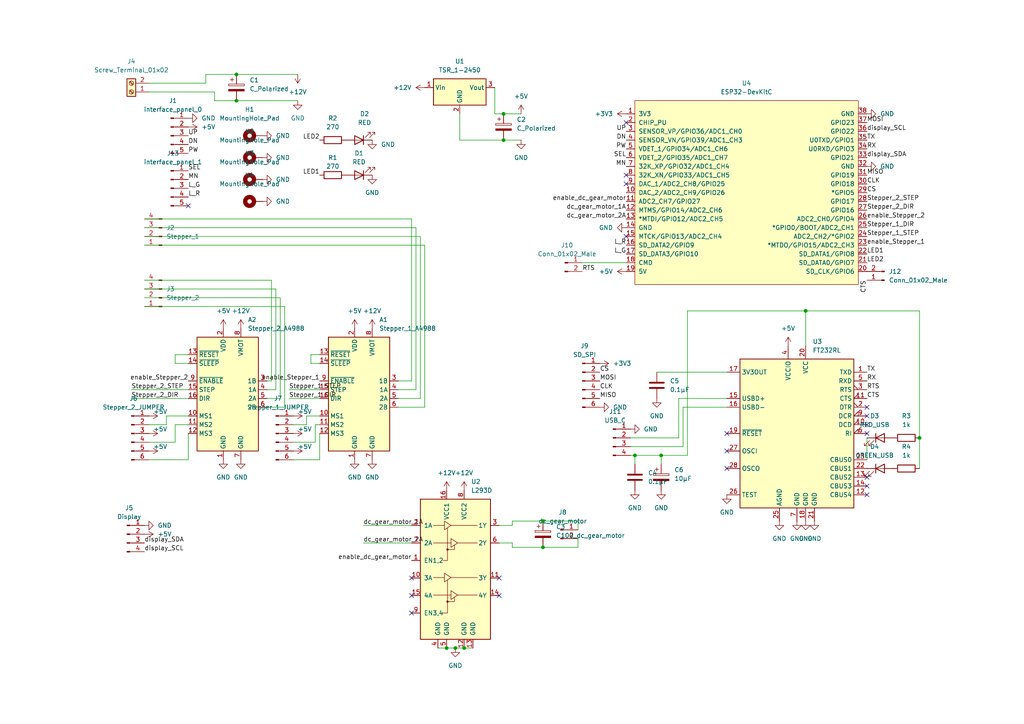
<source format=kicad_sch>
(kicad_sch (version 20211123) (generator eeschema)
  (paper "A4")
  (lib_symbols
    (symbol "Connector:Conn_01x02_Male" (pin_names (offset 1.016) hide)
      (property "Reference" "J" (at 0 2.54 0))
      (property "Value" "Conn_01x02_Male" (at 0 -5.08 0))
      (symbol "Conn_01x02_Male_1_1"
        (polyline (pts (xy 1.27 -2.54) (xy 0.8636 -2.54)) (stroke (width 0.1524)))
        (polyline (pts (xy 1.27 0) (xy 0.8636 0)) (stroke (width 0.1524)))
        (rectangle (start 0.8636 -2.413) (end 0 -2.667) (stroke (width 0.1524)) (fill (type outline)))
        (rectangle (start 0.8636 0.127) (end 0 -0.127) (stroke (width 0.1524)) (fill (type outline)))
        (pin passive line (at 5.08 0 180) (length 3.81) (name "Pin_1") (number "1"))
        (pin passive line (at 5.08 -2.54 180) (length 3.81) (name "Pin_2") (number "2"))
      )
    )
    (symbol "Connector:Conn_01x04_Male" (pin_names (offset 1.016) hide)
      (property "Reference" "J" (at 0 5.08 0))
      (property "Value" "Conn_01x04_Male" (at 0 -7.62 0))
      (symbol "Conn_01x04_Male_1_1"
        (polyline (pts (xy 1.27 -5.08) (xy 0.8636 -5.08)) (stroke (width 0.1524)))
        (polyline (pts (xy 1.27 -2.54) (xy 0.8636 -2.54)) (stroke (width 0.1524)))
        (polyline (pts (xy 1.27 0) (xy 0.8636 0)) (stroke (width 0.1524)))
        (polyline (pts (xy 1.27 2.54) (xy 0.8636 2.54)) (stroke (width 0.1524)))
        (rectangle (start 0.8636 -4.953) (end 0 -5.207) (stroke (width 0.1524)) (fill (type outline)))
        (rectangle (start 0.8636 -2.413) (end 0 -2.667) (stroke (width 0.1524)) (fill (type outline)))
        (rectangle (start 0.8636 0.127) (end 0 -0.127) (stroke (width 0.1524)) (fill (type outline)))
        (rectangle (start 0.8636 2.667) (end 0 2.413) (stroke (width 0.1524)) (fill (type outline)))
        (pin passive line (at 5.08 2.54 180) (length 3.81) (name "Pin_1") (number "1"))
        (pin passive line (at 5.08 0 180) (length 3.81) (name "Pin_2") (number "2"))
        (pin passive line (at 5.08 -2.54 180) (length 3.81) (name "Pin_3") (number "3"))
        (pin passive line (at 5.08 -5.08 180) (length 3.81) (name "Pin_4") (number "4"))
      )
    )
    (symbol "Connector:Conn_01x05_Male" (pin_names (offset 1.016) hide)
      (property "Reference" "J" (at 0 7.62 0))
      (property "Value" "Conn_01x05_Male" (at 0 -7.62 0))
      (symbol "Conn_01x05_Male_1_1"
        (polyline (pts (xy 1.27 -5.08) (xy 0.8636 -5.08)) (stroke (width 0.1524)))
        (polyline (pts (xy 1.27 -2.54) (xy 0.8636 -2.54)) (stroke (width 0.1524)))
        (polyline (pts (xy 1.27 0) (xy 0.8636 0)) (stroke (width 0.1524)))
        (polyline (pts (xy 1.27 2.54) (xy 0.8636 2.54)) (stroke (width 0.1524)))
        (polyline (pts (xy 1.27 5.08) (xy 0.8636 5.08)) (stroke (width 0.1524)))
        (rectangle (start 0.8636 -4.953) (end 0 -5.207) (stroke (width 0.1524)) (fill (type outline)))
        (rectangle (start 0.8636 -2.413) (end 0 -2.667) (stroke (width 0.1524)) (fill (type outline)))
        (rectangle (start 0.8636 0.127) (end 0 -0.127) (stroke (width 0.1524)) (fill (type outline)))
        (rectangle (start 0.8636 2.667) (end 0 2.413) (stroke (width 0.1524)) (fill (type outline)))
        (rectangle (start 0.8636 5.207) (end 0 4.953) (stroke (width 0.1524)) (fill (type outline)))
        (pin passive line (at 5.08 5.08 180) (length 3.81) (name "Pin_1") (number "1"))
        (pin passive line (at 5.08 2.54 180) (length 3.81) (name "Pin_2") (number "2"))
        (pin passive line (at 5.08 0 180) (length 3.81) (name "Pin_3") (number "3"))
        (pin passive line (at 5.08 -2.54 180) (length 3.81) (name "Pin_4") (number "4"))
        (pin passive line (at 5.08 -5.08 180) (length 3.81) (name "Pin_5") (number "5"))
      )
    )
    (symbol "Connector:Conn_01x06_Male" (pin_names (offset 1.016) hide)
      (property "Reference" "J" (at 0 7.62 0))
      (property "Value" "Conn_01x06_Male" (at 0 -10.16 0))
      (symbol "Conn_01x06_Male_1_1"
        (polyline (pts (xy 1.27 -7.62) (xy 0.8636 -7.62)) (stroke (width 0.1524)))
        (polyline (pts (xy 1.27 -5.08) (xy 0.8636 -5.08)) (stroke (width 0.1524)))
        (polyline (pts (xy 1.27 -2.54) (xy 0.8636 -2.54)) (stroke (width 0.1524)))
        (polyline (pts (xy 1.27 0) (xy 0.8636 0)) (stroke (width 0.1524)))
        (polyline (pts (xy 1.27 2.54) (xy 0.8636 2.54)) (stroke (width 0.1524)))
        (polyline (pts (xy 1.27 5.08) (xy 0.8636 5.08)) (stroke (width 0.1524)))
        (rectangle (start 0.8636 -7.493) (end 0 -7.747) (stroke (width 0.1524)) (fill (type outline)))
        (rectangle (start 0.8636 -4.953) (end 0 -5.207) (stroke (width 0.1524)) (fill (type outline)))
        (rectangle (start 0.8636 -2.413) (end 0 -2.667) (stroke (width 0.1524)) (fill (type outline)))
        (rectangle (start 0.8636 0.127) (end 0 -0.127) (stroke (width 0.1524)) (fill (type outline)))
        (rectangle (start 0.8636 2.667) (end 0 2.413) (stroke (width 0.1524)) (fill (type outline)))
        (rectangle (start 0.8636 5.207) (end 0 4.953) (stroke (width 0.1524)) (fill (type outline)))
        (pin passive line (at 5.08 5.08 180) (length 3.81) (name "Pin_1") (number "1"))
        (pin passive line (at 5.08 2.54 180) (length 3.81) (name "Pin_2") (number "2"))
        (pin passive line (at 5.08 0 180) (length 3.81) (name "Pin_3") (number "3"))
        (pin passive line (at 5.08 -2.54 180) (length 3.81) (name "Pin_4") (number "4"))
        (pin passive line (at 5.08 -5.08 180) (length 3.81) (name "Pin_5") (number "5"))
        (pin passive line (at 5.08 -7.62 180) (length 3.81) (name "Pin_6") (number "6"))
      )
    )
    (symbol "Connector:Screw_Terminal_01x02" (pin_names (offset 1.016) hide)
      (property "Reference" "J" (at 0 2.54 0))
      (property "Value" "Screw_Terminal_01x02" (at 0 -5.08 0))
      (symbol "Screw_Terminal_01x02_1_1"
        (rectangle (start -1.27 1.27) (end 1.27 -3.81) (stroke (width 0.254)) (fill (type background)))
        (circle (center 0 -2.54) (radius 0.635) (stroke (width 0.1524)))
        (polyline (pts (xy -0.5334 -2.2098) (xy 0.3302 -3.048)) (stroke (width 0.1524)))
        (polyline (pts (xy -0.5334 0.3302) (xy 0.3302 -0.508)) (stroke (width 0.1524)))
        (polyline (pts (xy -0.3556 -2.032) (xy 0.508 -2.8702)) (stroke (width 0.1524)))
        (polyline (pts (xy -0.3556 0.508) (xy 0.508 -0.3302)) (stroke (width 0.1524)))
        (circle (center 0 0) (radius 0.635) (stroke (width 0.1524)))
        (pin passive line (at -5.08 0 0) (length 3.81) (name "Pin_1") (number "1"))
        (pin passive line (at -5.08 -2.54 0) (length 3.81) (name "Pin_2") (number "2"))
      )
    )
    (symbol "Device:C" (pin_numbers hide) (pin_names (offset 0.254))
      (property "Reference" "C" (at 0.635 2.54 0))
      (property "Value" "C" (at 0.635 -2.54 0))
      (symbol "C_0_1"
        (polyline (pts (xy -2.032 -0.762) (xy 2.032 -0.762)) (stroke (width 0.508)))
        (polyline (pts (xy -2.032 0.762) (xy 2.032 0.762)) (stroke (width 0.508)))
      )
      (symbol "C_1_1"
        (pin passive line (at 0 3.81 270) (length 2.794) (name "~") (number "1"))
        (pin passive line (at 0 -3.81 90) (length 2.794) (name "~") (number "2"))
      )
    )
    (symbol "Device:C_Polarized" (pin_numbers hide) (pin_names (offset 0.254))
      (property "Reference" "C" (at 0.635 2.54 0))
      (property "Value" "C_Polarized" (at 0.635 -2.54 0))
      (symbol "C_Polarized_0_1"
        (rectangle (start -2.286 0.508) (end 2.286 1.016))
        (polyline (pts (xy -1.778 2.286) (xy -0.762 2.286)))
        (polyline (pts (xy -1.27 2.794) (xy -1.27 1.778)))
        (rectangle (start 2.286 -0.508) (end -2.286 -1.016) (fill (type outline)))
      )
      (symbol "C_Polarized_1_1"
        (pin passive line (at 0 3.81 270) (length 2.794) (name "~") (number "1"))
        (pin passive line (at 0 -3.81 90) (length 2.794) (name "~") (number "2"))
      )
    )
    (symbol "Device:LED" (pin_numbers hide) (pin_names (offset 1.016) hide)
      (property "Reference" "D" (at 0 2.54 0))
      (property "Value" "LED" (at 0 -2.54 0))
      (symbol "LED_0_1"
        (polyline (pts (xy -1.27 -1.27) (xy -1.27 1.27)) (stroke (width 0.254)))
        (polyline (pts (xy -1.27 0) (xy 1.27 0)))
        (polyline (pts (xy 1.27 -1.27) (xy 1.27 1.27) (xy -1.27 0) (xy 1.27 -1.27)) (stroke (width 0.254)))
        (polyline (pts (xy -3.048 -0.762) (xy -4.572 -2.286) (xy -3.81 -2.286) (xy -4.572 -2.286) (xy -4.572 -1.524)))
        (polyline (pts (xy -1.778 -0.762) (xy -3.302 -2.286) (xy -2.54 -2.286) (xy -3.302 -2.286) (xy -3.302 -1.524)))
      )
      (symbol "LED_1_1"
        (pin passive line (at -3.81 0 0) (length 2.54) (name "K") (number "1"))
        (pin passive line (at 3.81 0 180) (length 2.54) (name "A") (number "2"))
      )
    )
    (symbol "Device:R" (pin_numbers hide) (pin_names (offset 0))
      (property "Reference" "R" (at 2.032 0 90))
      (property "Value" "R" (at 0 0 90))
      (symbol "R_0_1"
        (rectangle (start -1.016 -2.54) (end 1.016 2.54) (stroke (width 0.254)))
      )
      (symbol "R_1_1"
        (pin passive line (at 0 3.81 270) (length 1.27) (name "~") (number "1"))
        (pin passive line (at 0 -3.81 90) (length 1.27) (name "~") (number "2"))
      )
    )
    (symbol "Driver_Motor:L293D" (pin_names (offset 1.016))
      (property "Reference" "U" (at -5.08 26.035 0))
      (property "Value" "L293D" (at -5.08 24.13 0))
      (symbol "L293D_0_1"
        (rectangle (start -10.16 22.86) (end 10.16 -17.78) (stroke (width 0.254)) (fill (type background)))
        (circle (center -2.286 -6.858) (radius 0.254) (fill (type outline)))
        (circle (center -2.286 8.255) (radius 0.254) (fill (type outline)))
        (polyline (pts (xy -6.35 -4.953) (xy -1.27 -4.953)))
        (polyline (pts (xy -6.35 0.127) (xy -3.175 0.127)))
        (polyline (pts (xy -6.35 10.16) (xy -1.27 10.16)))
        (polyline (pts (xy -6.35 15.24) (xy -3.175 15.24)))
        (polyline (pts (xy -1.27 0.127) (xy 6.35 0.127)))
        (polyline (pts (xy -1.27 15.24) (xy 6.35 15.24)))
        (polyline (pts (xy 0.635 -4.953) (xy 6.35 -4.953)))
        (polyline (pts (xy 0.635 10.16) (xy 6.35 10.16)))
        (polyline (pts (xy -2.286 -6.858) (xy -0.254 -6.858) (xy -0.254 -5.588)))
        (polyline (pts (xy -2.286 -0.635) (xy -2.286 -10.16) (xy -3.556 -10.16)))
        (polyline (pts (xy -2.286 8.255) (xy -0.254 8.255) (xy -0.254 9.525)))
        (polyline (pts (xy -2.286 14.478) (xy -2.286 5.08) (xy -3.556 5.08)))
        (polyline (pts (xy -3.175 1.397) (xy -3.175 -1.143) (xy -1.27 0.127) (xy -3.175 1.397)))
        (polyline (pts (xy -3.175 16.51) (xy -3.175 13.97) (xy -1.27 15.24) (xy -3.175 16.51)))
        (polyline (pts (xy -1.27 -3.683) (xy -1.27 -6.223) (xy 0.635 -4.953) (xy -1.27 -3.683)))
        (polyline (pts (xy -1.27 11.43) (xy -1.27 8.89) (xy 0.635 10.16) (xy -1.27 11.43)))
      )
      (symbol "L293D_1_1"
        (pin input line (at -12.7 5.08 0) (length 2.54) (name "EN1,2") (number "1"))
        (pin input line (at -12.7 0 0) (length 2.54) (name "3A") (number "10"))
        (pin output line (at 12.7 0 180) (length 2.54) (name "3Y") (number "11"))
        (pin power_in line (at 2.54 -20.32 90) (length 2.54) (name "GND") (number "12"))
        (pin power_in line (at 5.08 -20.32 90) (length 2.54) (name "GND") (number "13"))
        (pin output line (at 12.7 -5.08 180) (length 2.54) (name "4Y") (number "14"))
        (pin input line (at -12.7 -5.08 0) (length 2.54) (name "4A") (number "15"))
        (pin power_in line (at -2.54 25.4 270) (length 2.54) (name "VCC1") (number "16"))
        (pin input line (at -12.7 15.24 0) (length 2.54) (name "1A") (number "2"))
        (pin output line (at 12.7 15.24 180) (length 2.54) (name "1Y") (number "3"))
        (pin power_in line (at -5.08 -20.32 90) (length 2.54) (name "GND") (number "4"))
        (pin power_in line (at -2.54 -20.32 90) (length 2.54) (name "GND") (number "5"))
        (pin output line (at 12.7 10.16 180) (length 2.54) (name "2Y") (number "6"))
        (pin input line (at -12.7 10.16 0) (length 2.54) (name "2A") (number "7"))
        (pin power_in line (at 2.54 25.4 270) (length 2.54) (name "VCC2") (number "8"))
        (pin input line (at -12.7 -10.16 0) (length 2.54) (name "EN3,4") (number "9"))
      )
    )
    (symbol "Driver_Motor:Pololu_Breakout_A4988"
      (property "Reference" "A" (at -2.54 19.05 0))
      (property "Value" "Pololu_Breakout_A4988" (at -2.54 16.51 0))
      (symbol "Pololu_Breakout_A4988_0_1"
        (rectangle (start 10.16 -17.78) (end -7.62 15.24) (stroke (width 0.254)) (fill (type background)))
      )
      (symbol "Pololu_Breakout_A4988_1_1"
        (pin power_in line (at 0 -20.32 90) (length 2.54) (name "GND") (number "1"))
        (pin input line (at -10.16 -7.62 0) (length 2.54) (name "MS1") (number "10"))
        (pin input line (at -10.16 -10.16 0) (length 2.54) (name "MS2") (number "11"))
        (pin input line (at -10.16 -12.7 0) (length 2.54) (name "MS3") (number "12"))
        (pin input line (at -10.16 10.16 0) (length 2.54) (name "~{RESET}") (number "13"))
        (pin input line (at -10.16 7.62 0) (length 2.54) (name "~{SLEEP}") (number "14"))
        (pin input line (at -10.16 0 0) (length 2.54) (name "STEP") (number "15"))
        (pin input line (at -10.16 -2.54 0) (length 2.54) (name "DIR") (number "16"))
        (pin power_in line (at 0 17.78 270) (length 2.54) (name "VDD") (number "2"))
        (pin output line (at 12.7 2.54 180) (length 2.54) (name "1B") (number "3"))
        (pin output line (at 12.7 0 180) (length 2.54) (name "1A") (number "4"))
        (pin output line (at 12.7 -2.54 180) (length 2.54) (name "2A") (number "5"))
        (pin output line (at 12.7 -5.08 180) (length 2.54) (name "2B") (number "6"))
        (pin power_in line (at 5.08 -20.32 90) (length 2.54) (name "GND") (number "7"))
        (pin power_in line (at 5.08 17.78 270) (length 2.54) (name "VMOT") (number "8"))
        (pin input line (at -10.16 2.54 0) (length 2.54) (name "~{ENABLE}") (number "9"))
      )
    )
    (symbol "Espressif:ESP32-DevKitC" (pin_names (offset 1.016))
      (property "Reference" "U" (at -8.89 26.67 0))
      (property "Value" "ESP32-DevKitC" (at 0 -29.21 0))
      (symbol "ESP32-DevKitC_0_0"
        (pin power_in line (at -33.02 -11.43 0) (length 2.54) (name "GND") (number "14"))
        (pin power_in line (at -33.02 -24.13 0) (length 2.54) (name "5V") (number "19"))
      )
      (symbol "ESP32-DevKitC_0_1"
        (rectangle (start -30.48 25.4) (end 34.29 -27.94) (fill (type background)))
      )
      (symbol "ESP32-DevKitC_1_1"
        (pin power_in line (at -33.02 21.59 0) (length 2.54) (name "3V3") (number "1"))
        (pin bidirectional line (at -33.02 -1.27 0) (length 2.54) (name "DAC_2/ADC2_CH9/GPIO26") (number "10"))
        (pin bidirectional line (at -33.02 -3.81 0) (length 2.54) (name "ADC2_CH7/GPIO27") (number "11"))
        (pin bidirectional line (at -33.02 -6.35 0) (length 2.54) (name "MTMS/GPIO14/ADC2_CH6") (number "12"))
        (pin bidirectional line (at -33.02 -8.89 0) (length 2.54) (name "*MTDI/GPIO12/ADC2_CH5") (number "13"))
        (pin bidirectional line (at -33.02 -13.97 0) (length 2.54) (name "MTCK/GPIO13/ADC2_CH4") (number "15"))
        (pin bidirectional line (at -33.02 -16.51 0) (length 2.54) (name "SD_DATA2/GPIO9") (number "16"))
        (pin bidirectional line (at -33.02 -19.05 0) (length 2.54) (name "SD_DATA3/GPIO10") (number "17"))
        (pin bidirectional line (at -33.02 -21.59 0) (length 2.54) (name "CMD") (number "18"))
        (pin input line (at -33.02 19.05 0) (length 2.54) (name "CHIP_PU") (number "2"))
        (pin bidirectional line (at 36.83 -24.13 180) (length 2.54) (name "SD_CLK/GPIO6") (number "20"))
        (pin bidirectional line (at 36.83 -21.59 180) (length 2.54) (name "SD_DATA0/GPIO7") (number "21"))
        (pin bidirectional line (at 36.83 -19.05 180) (length 2.54) (name "SD_DATA1/GPIO8") (number "22"))
        (pin bidirectional line (at 36.83 -16.51 180) (length 2.54) (name "*MTDO/GPIO15/ADC2_CH3") (number "23"))
        (pin bidirectional line (at 36.83 -13.97 180) (length 2.54) (name "ADC2_CH2/*GPIO2") (number "24"))
        (pin bidirectional line (at 36.83 -11.43 180) (length 2.54) (name "*GPIO0/BOOT/ADC2_CH1") (number "25"))
        (pin bidirectional line (at 36.83 -8.89 180) (length 2.54) (name "ADC2_CH0/GPIO4") (number "26"))
        (pin bidirectional line (at 36.83 -6.35 180) (length 2.54) (name "GPIO16") (number "27"))
        (pin bidirectional line (at 36.83 -3.81 180) (length 2.54) (name "GPIO17") (number "28"))
        (pin bidirectional line (at 36.83 -1.27 180) (length 2.54) (name "*GPIO5") (number "29"))
        (pin input line (at -33.02 16.51 0) (length 2.54) (name "SENSOR_VP/GPIO36/ADC1_CH0") (number "3"))
        (pin bidirectional line (at 36.83 1.27 180) (length 2.54) (name "GPIO18") (number "30"))
        (pin bidirectional line (at 36.83 3.81 180) (length 2.54) (name "GPIO19") (number "31"))
        (pin power_in line (at 36.83 6.35 180) (length 2.54) (name "GND") (number "32"))
        (pin bidirectional line (at 36.83 8.89 180) (length 2.54) (name "GPIO21") (number "33"))
        (pin bidirectional line (at 36.83 11.43 180) (length 2.54) (name "U0RXD/GPIO3") (number "34"))
        (pin bidirectional line (at 36.83 13.97 180) (length 2.54) (name "U0TXD/GPIO1") (number "35"))
        (pin bidirectional line (at 36.83 16.51 180) (length 2.54) (name "GPIO22") (number "36"))
        (pin bidirectional line (at 36.83 19.05 180) (length 2.54) (name "GPIO23") (number "37"))
        (pin power_in line (at 36.83 21.59 180) (length 2.54) (name "GND") (number "38"))
        (pin input line (at -33.02 13.97 0) (length 2.54) (name "SENSOR_VN/GPIO39/ADC1_CH3") (number "4"))
        (pin input line (at -33.02 11.43 0) (length 2.54) (name "VDET_1/GPIO34/ADC1_CH6") (number "5"))
        (pin input line (at -33.02 8.89 0) (length 2.54) (name "VDET_2/GPIO35/ADC1_CH7") (number "6"))
        (pin bidirectional line (at -33.02 6.35 0) (length 2.54) (name "32K_XP/GPIO32/ADC1_CH4") (number "7"))
        (pin bidirectional line (at -33.02 3.81 0) (length 2.54) (name "32K_XN/GPIO33/ADC1_CH5") (number "8"))
        (pin bidirectional line (at -33.02 1.27 0) (length 2.54) (name "DAC_1/ADC2_CH8/GPIO25") (number "9"))
      )
    )
    (symbol "Interface_USB:FT232RL"
      (property "Reference" "U" (at -16.51 22.86 0))
      (property "Value" "FT232RL" (at 10.16 22.86 0))
      (symbol "FT232RL_0_1"
        (rectangle (start -16.51 21.59) (end 16.51 -21.59) (stroke (width 0.254)) (fill (type background)))
      )
      (symbol "FT232RL_1_1"
        (pin output line (at 20.32 17.78 180) (length 3.81) (name "TXD") (number "1"))
        (pin input input_low (at 20.32 2.54 180) (length 3.81) (name "DCD") (number "10"))
        (pin input input_low (at 20.32 10.16 180) (length 3.81) (name "CTS") (number "11"))
        (pin bidirectional line (at 20.32 -17.78 180) (length 3.81) (name "CBUS4") (number "12"))
        (pin bidirectional line (at 20.32 -12.7 180) (length 3.81) (name "CBUS2") (number "13"))
        (pin bidirectional line (at 20.32 -15.24 180) (length 3.81) (name "CBUS3") (number "14"))
        (pin bidirectional line (at -20.32 10.16 0) (length 3.81) (name "USBD+") (number "15"))
        (pin bidirectional line (at -20.32 7.62 0) (length 3.81) (name "USBD-") (number "16"))
        (pin power_out line (at -20.32 17.78 0) (length 3.81) (name "3V3OUT") (number "17"))
        (pin power_in line (at 2.54 -25.4 90) (length 3.81) (name "GND") (number "18"))
        (pin input line (at -20.32 0 0) (length 3.81) (name "~{RESET}") (number "19"))
        (pin output output_low (at 20.32 7.62 180) (length 3.81) (name "DTR") (number "2"))
        (pin power_in line (at 2.54 25.4 270) (length 3.81) (name "VCC") (number "20"))
        (pin power_in line (at 5.08 -25.4 90) (length 3.81) (name "GND") (number "21"))
        (pin bidirectional line (at 20.32 -10.16 180) (length 3.81) (name "CBUS1") (number "22"))
        (pin bidirectional line (at 20.32 -7.62 180) (length 3.81) (name "CBUS0") (number "23"))
        (pin power_in line (at -5.08 -25.4 90) (length 3.81) (name "AGND") (number "25"))
        (pin input line (at -20.32 -17.78 0) (length 3.81) (name "TEST") (number "26"))
        (pin input line (at -20.32 -5.08 0) (length 3.81) (name "OSCI") (number "27"))
        (pin output line (at -20.32 -10.16 0) (length 3.81) (name "OSCO") (number "28"))
        (pin output output_low (at 20.32 12.7 180) (length 3.81) (name "RTS") (number "3"))
        (pin power_in line (at -2.54 25.4 270) (length 3.81) (name "VCCIO") (number "4"))
        (pin input line (at 20.32 15.24 180) (length 3.81) (name "RXD") (number "5"))
        (pin input input_low (at 20.32 0 180) (length 3.81) (name "RI") (number "6"))
        (pin power_in line (at 0 -25.4 90) (length 3.81) (name "GND") (number "7"))
        (pin input input_low (at 20.32 5.08 180) (length 3.81) (name "DCR") (number "9"))
      )
    )
    (symbol "Mechanical:MountingHole_Pad" (pin_numbers hide) (pin_names (offset 1.016) hide)
      (property "Reference" "H" (at 0 6.35 0))
      (property "Value" "MountingHole_Pad" (at 0 4.445 0))
      (symbol "MountingHole_Pad_0_1"
        (circle (center 0 1.27) (radius 1.27) (stroke (width 1.27)))
      )
      (symbol "MountingHole_Pad_1_1"
        (pin input line (at 0 -2.54 90) (length 2.54) (name "1") (number "1"))
      )
    )
    (symbol "Regulator_Switching:TSR_1-2450"
      (property "Reference" "U" (at -7.62 6.35 0))
      (property "Value" "TSR_1-2450" (at -1.27 6.35 0))
      (symbol "TSR_1-2450_0_1"
        (rectangle (start -7.62 5.08) (end 7.62 -2.54) (stroke (width 0.254)) (fill (type background)))
      )
      (symbol "TSR_1-2450_1_1"
        (pin power_in line (at -10.16 2.54 0) (length 2.54) (name "Vin") (number "1"))
        (pin power_in line (at 0 -5.08 90) (length 2.54) (name "GND") (number "2"))
        (pin power_out line (at 10.16 2.54 180) (length 2.54) (name "Vout") (number "3"))
      )
    )
    (symbol "power:+12V" (power) (pin_names (offset 0))
      (property "Value" "+12V" (at 0 3.556 0))
      (symbol "+12V_0_1"
        (polyline (pts (xy -0.762 1.27) (xy 0 2.54)))
        (polyline (pts (xy 0 0) (xy 0 2.54)))
        (polyline (pts (xy 0 2.54) (xy 0.762 1.27)))
      )
      (symbol "+12V_1_1"
        (pin power_in line (at 0 0 90) (length 0) hide (name "+12V") (number "1"))
      )
    )
    (symbol "power:+3V3" (power) (pin_names (offset 0))
      (property "Value" "+3V3" (at 0 3.556 0))
      (symbol "+3V3_0_1"
        (polyline (pts (xy -0.762 1.27) (xy 0 2.54)))
        (polyline (pts (xy 0 0) (xy 0 2.54)))
        (polyline (pts (xy 0 2.54) (xy 0.762 1.27)))
      )
      (symbol "+3V3_1_1"
        (pin power_in line (at 0 0 90) (length 0) hide (name "+3V3") (number "1"))
      )
    )
    (symbol "power:+5V" (power) (pin_names (offset 0))
      (property "Value" "+5V" (at 0 3.556 0))
      (symbol "+5V_0_1"
        (polyline (pts (xy -0.762 1.27) (xy 0 2.54)))
        (polyline (pts (xy 0 0) (xy 0 2.54)))
        (polyline (pts (xy 0 2.54) (xy 0.762 1.27)))
      )
      (symbol "+5V_1_1"
        (pin power_in line (at 0 0 90) (length 0) hide (name "+5V") (number "1"))
      )
    )
    (symbol "power:GND" (power) (pin_names (offset 0))
      (property "Value" "GND" (at 0 -3.81 0))
      (symbol "GND_0_1"
        (polyline (pts (xy 0 0) (xy 0 -1.27) (xy 1.27 -1.27) (xy 0 -2.54) (xy -1.27 -1.27) (xy 0 -1.27)))
      )
      (symbol "GND_1_1"
        (pin power_in line (at 0 0 270) (length 0) hide (name "GND") (number "1"))
      )
    )
  )
  (junction (at 132.08 187.96))
  (junction (at 191.77 132.08))
  (junction (at 157.48 158.75))
  (junction (at 129.54 187.96))
  (junction (at 233.68 90.17))
  (junction (at 146.05 33.02))
  (junction (at 68.58 29.21))
  (junction (at 157.48 151.13))
  (junction (at 266.7 127))
  (junction (at 184.15 132.08))
  (junction (at 134.62 187.96))
  (junction (at 146.05 40.64))
  (junction (at 68.58 21.59))
  (no_connect (at 119.38 167.64))
  (no_connect (at 119.38 177.8))
  (no_connect (at 119.38 172.72))
  (no_connect (at 144.78 167.64))
  (no_connect (at 144.78 172.72))
  (no_connect (at 54.61 59.69))
  (no_connect (at 251.46 118.11))
  (no_connect (at 210.82 135.89))
  (no_connect (at 210.82 125.73))
  (no_connect (at 210.82 130.81))
  (no_connect (at 181.61 68.58))
  (no_connect (at 181.61 35.56))
  (no_connect (at 181.61 50.8))
  (no_connect (at 181.61 53.34))
  (no_connect (at 251.46 125.73))
  (no_connect (at 251.46 123.19))
  (no_connect (at 251.46 120.65))
  (no_connect (at 251.46 143.51))
  (no_connect (at 251.46 140.97))
  (no_connect (at 251.46 138.43))
  (wire (pts (xy 133.35 33.02) (xy 133.35 40.64)))
  (wire (pts (xy 129.54 187.96) (xy 132.08 187.96)))
  (wire (pts (xy 191.77 132.08) (xy 199.39 132.08)))
  (wire (pts (xy 266.7 90.17) (xy 266.7 127)))
  (wire (pts (xy 43.18 24.13) (xy 59.69 24.13)))
  (wire (pts (xy 120.65 66.04) (xy 120.65 113.03)))
  (wire (pts (xy 121.92 115.57) (xy 115.57 115.57)))
  (wire (pts (xy 91.44 123.19) (xy 92.71 123.19)))
  (wire (pts (xy 48.26 120.65) (xy 48.26 123.19)))
  (wire (pts (xy 85.09 128.27) (xy 91.44 128.27)))
  (wire (pts (xy 82.55 118.11) (xy 77.47 118.11)))
  (wire (pts (xy 92.71 105.41) (xy 90.17 105.41)))
  (wire (pts (xy 148.59 152.4) (xy 144.78 152.4)))
  (wire (pts (xy 43.18 133.35) (xy 54.61 133.35)))
  (wire (pts (xy 143.51 33.02) (xy 146.05 33.02)))
  (wire (pts (xy 83.82 115.57) (xy 92.71 115.57)))
  (wire (pts (xy 134.62 187.96) (xy 137.16 187.96)))
  (wire (pts (xy 146.05 33.02) (xy 151.13 33.02)))
  (wire (pts (xy 90.17 105.41) (xy 90.17 102.87)))
  (wire (pts (xy 88.9 120.65) (xy 88.9 123.19)))
  (wire (pts (xy 157.48 158.75) (xy 167.64 158.75)))
  (wire (pts (xy 148.59 157.48) (xy 148.59 158.75)))
  (wire (pts (xy 115.57 113.03) (xy 120.65 113.03)))
  (wire (pts (xy 62.23 29.21) (xy 68.58 29.21)))
  (wire (pts (xy 198.12 118.11) (xy 198.12 129.54)))
  (wire (pts (xy 157.48 151.13) (xy 148.59 151.13)))
  (wire (pts (xy 191.77 132.08) (xy 191.77 134.62)))
  (wire (pts (xy 41.91 71.12) (xy 123.19 71.12)))
  (wire (pts (xy 210.82 118.11) (xy 198.12 118.11)))
  (wire (pts (xy 41.91 68.58) (xy 121.92 68.58)))
  (wire (pts (xy 182.88 127) (xy 196.85 127)))
  (wire (pts (xy 54.61 120.65) (xy 48.26 120.65)))
  (wire (pts (xy 168.91 76.2) (xy 181.61 76.2)))
  (wire (pts (xy 143.51 25.4) (xy 143.51 33.02)))
  (wire (pts (xy 59.69 21.59) (xy 68.58 21.59)))
  (wire (pts (xy 91.44 123.19) (xy 91.44 128.27)))
  (wire (pts (xy 119.38 110.49) (xy 115.57 110.49)))
  (wire (pts (xy 85.09 123.19) (xy 88.9 123.19)))
  (wire (pts (xy 199.39 90.17) (xy 199.39 132.08)))
  (wire (pts (xy 184.15 132.08) (xy 191.77 132.08)))
  (wire (pts (xy 167.64 151.13) (xy 167.64 153.67)))
  (wire (pts (xy 41.91 83.82) (xy 80.01 83.82)))
  (wire (pts (xy 196.85 115.57) (xy 210.82 115.57)))
  (wire (pts (xy 167.64 158.75) (xy 167.64 156.21)))
  (wire (pts (xy 233.68 100.33) (xy 233.68 90.17)))
  (wire (pts (xy 38.1 115.57) (xy 54.61 115.57)))
  (wire (pts (xy 121.92 68.58) (xy 121.92 115.57)))
  (wire (pts (xy 127 187.96) (xy 129.54 187.96)))
  (wire (pts (xy 80.01 83.82) (xy 80.01 113.03)))
  (wire (pts (xy 62.23 26.67) (xy 62.23 29.21)))
  (wire (pts (xy 132.08 187.96) (xy 134.62 187.96)))
  (wire (pts (xy 198.12 129.54) (xy 182.88 129.54)))
  (wire (pts (xy 133.35 40.64) (xy 146.05 40.64)))
  (wire (pts (xy 144.78 157.48) (xy 148.59 157.48)))
  (wire (pts (xy 54.61 125.73) (xy 54.61 133.35)))
  (wire (pts (xy 251.46 127) (xy 251.46 133.35)))
  (wire (pts (xy 148.59 151.13) (xy 148.59 152.4)))
  (wire (pts (xy 157.48 151.13) (xy 167.64 151.13)))
  (wire (pts (xy 41.91 63.5) (xy 119.38 63.5)))
  (wire (pts (xy 38.1 113.03) (xy 54.61 113.03)))
  (wire (pts (xy 81.28 86.36) (xy 81.28 115.57)))
  (wire (pts (xy 54.61 123.19) (xy 50.8 123.19)))
  (wire (pts (xy 41.91 81.28) (xy 78.74 81.28)))
  (wire (pts (xy 43.18 123.19) (xy 48.26 123.19)))
  (wire (pts (xy 68.58 21.59) (xy 86.36 21.59)))
  (wire (pts (xy 41.91 66.04) (xy 120.65 66.04)))
  (wire (pts (xy 50.8 123.19) (xy 50.8 128.27)))
  (wire (pts (xy 80.01 113.03) (xy 77.47 113.03)))
  (wire (pts (xy 148.59 158.75) (xy 157.48 158.75)))
  (wire (pts (xy 182.88 132.08) (xy 184.15 132.08)))
  (wire (pts (xy 233.68 90.17) (xy 199.39 90.17)))
  (wire (pts (xy 78.74 81.28) (xy 78.74 110.49)))
  (wire (pts (xy 119.38 63.5) (xy 119.38 110.49)))
  (wire (pts (xy 43.18 26.67) (xy 62.23 26.67)))
  (wire (pts (xy 105.41 152.4) (xy 119.38 152.4)))
  (wire (pts (xy 146.05 40.64) (xy 151.13 40.64)))
  (wire (pts (xy 41.91 86.36) (xy 81.28 86.36)))
  (wire (pts (xy 105.41 157.48) (xy 119.38 157.48)))
  (wire (pts (xy 81.28 115.57) (xy 77.47 115.57)))
  (wire (pts (xy 68.58 29.21) (xy 86.36 29.21)))
  (wire (pts (xy 190.5 107.95) (xy 210.82 107.95)))
  (wire (pts (xy 92.71 120.65) (xy 88.9 120.65)))
  (wire (pts (xy 266.7 127) (xy 266.7 135.89)))
  (wire (pts (xy 233.68 90.17) (xy 266.7 90.17)))
  (wire (pts (xy 59.69 24.13) (xy 59.69 21.59)))
  (wire (pts (xy 184.15 132.08) (xy 184.15 134.62)))
  (wire (pts (xy 85.09 133.35) (xy 92.71 133.35)))
  (wire (pts (xy 41.91 88.9) (xy 82.55 88.9)))
  (wire (pts (xy 82.55 88.9) (xy 82.55 118.11)))
  (wire (pts (xy 78.74 110.49) (xy 77.47 110.49)))
  (wire (pts (xy 123.19 118.11) (xy 115.57 118.11)))
  (wire (pts (xy 196.85 115.57) (xy 196.85 127)))
  (wire (pts (xy 123.19 71.12) (xy 123.19 118.11)))
  (wire (pts (xy 50.8 105.41) (xy 50.8 102.87)))
  (wire (pts (xy 83.82 113.03) (xy 92.71 113.03)))
  (wire (pts (xy 50.8 102.87) (xy 54.61 102.87)))
  (wire (pts (xy 54.61 105.41) (xy 50.8 105.41)))
  (wire (pts (xy 92.71 125.73) (xy 92.71 133.35)))
  (wire (pts (xy 90.17 102.87) (xy 92.71 102.87)))
  (wire (pts (xy 43.18 128.27) (xy 50.8 128.27)))
  (label "dc_gear_motor_1A" (at 105.41 152.4 0))
  (label "display_SDA" (at 251.46 45.72 0))
  (label "Stepper_2_STEP" (at 251.46 58.42 0))
  (label "enable_dc_gear_motor" (at 119.38 162.56 180))
  (label "Stepper_1_DIR" (at 251.46 66.04 0))
  (label "TX" (at 251.46 40.64 0))
  (label "display_SDA" (at 41.91 157.48 0))
  (label "LED2" (at 251.46 76.2 0))
  (label "CLK" (at 173.99 113.03 0))
  (label "MISO" (at 173.99 115.57 0))
  (label "display_SCL" (at 251.46 38.1 0))
  (label "enable_Stepper_1" (at 92.71 110.49 180))
  (label "enable_Stepper_2" (at 54.61 110.49 180))
  (label "MOSI" (at 173.99 110.49 0))
  (label "L_R" (at 54.61 57.15 0))
  (label "MISO" (at 251.46 50.8 0))
  (label "RX" (at 251.46 43.18 0))
  (label "TX" (at 251.46 107.95 0))
  (label "DN" (at 54.61 41.91 0))
  (label "CLK" (at 251.46 53.34 0))
  (label "LED1" (at 92.71 50.8 180))
  (label "display_SCL" (at 41.91 160.02 0))
  (label "Stepper_1_STEP" (at 251.46 68.58 0))
  (label "Stepper_2_DIR" (at 38.1 115.57 0))
  (label "L_R" (at 181.61 71.12 180))
  (label "dc_gear_motor_2A" (at 181.61 63.5 180))
  (label "LED1" (at 251.46 73.66 0))
  (label "PW" (at 54.61 44.45 0))
  (label "SEL" (at 54.61 49.53 0))
  (label "DN" (at 181.61 40.64 180))
  (label "MN" (at 181.61 48.26 180))
  (label "dc_gear_motor_2A" (at 105.41 157.48 0))
  (label "RTS" (at 168.91 78.74 0))
  (label "MOSI" (at 251.46 35.56 0))
  (label "CS" (at 173.99 107.95 0))
  (label "dc_gear_motor_1A" (at 181.61 60.96 180))
  (label "UP" (at 54.61 39.37 0))
  (label "SEL" (at 181.61 45.72 180))
  (label "enable_Stepper_1" (at 251.46 71.12 0))
  (label "Stepper_2_STEP" (at 38.1 113.03 0))
  (label "CTS" (at 251.46 115.57 0))
  (label "PW" (at 181.61 43.18 180))
  (label "CTS" (at 251.46 81.28 270))
  (label "MN" (at 54.61 52.07 0))
  (label "L_G" (at 54.61 54.61 0))
  (label "enable_dc_gear_motor" (at 181.61 58.42 180))
  (label "L_G" (at 181.61 73.66 180))
  (label "LED2" (at 92.71 40.64 180))
  (label "Stepper_1_STEP" (at 83.82 113.03 0))
  (label "Stepper_2_DIR" (at 251.46 60.96 0))
  (label "Stepper_1_DIR" (at 83.82 115.57 0))
  (label "CS" (at 251.46 55.88 0))
  (label "UP" (at 181.61 38.1 180))
  (label "RX" (at 251.46 110.49 0))
  (label "RTS" (at 251.46 113.03 0))
  (label "enable_Stepper_2" (at 251.46 63.5 0))
  (symbol (lib_id "Device:C") (at 190.5 111.76 0) (unit 1)
    (property "Reference" "C5" (at 194.31 110.4899 0) (effects (justify left)))
    (property "Value" "0.1µF" (at 194.31 113.0299 0) (effects (justify left)))
    (property "Footprint" "Capacitor_THT:CP_Radial_D4.0mm_P1.50mm" (effects hide))
  )
  (symbol (lib_id "power:GND") (at 86.36 29.21 0) (unit 1)
    (property "Reference" "#PWR0107" (effects hide))
    (property "Value" "GND" (at 86.36 34.29 0))
  )
  (symbol (lib_id "power:+5V") (at 43.18 125.73 270) (unit 1)
    (property "Reference" "#PWR0128" (effects hide))
    (property "Value" "+5V" (at 44.45 124.46 90) (effects (justify left)))
  )
  (symbol (lib_id "Driver_Motor:L293D") (at 132.08 167.64 0) (unit 1)
    (property "Reference" "U2" (at 136.6394 139.7 0) (effects (justify left)))
    (property "Value" "L293D" (at 136.6394 142.24 0) (effects (justify left)))
    (property "Footprint" "Package_DIP:DIP-16_W7.62mm" (effects hide))
    (property "Datasheet" "http://www.ti.com/lit/ds/symlink/l293.pdf" (effects hide))
  )
  (symbol (lib_id "Mechanical:MountingHole_Pad") (at 73.66 58.42 90) (unit 1)
    (property "Reference" "H4" (at 72.39 50.8 90))
    (property "Value" "MountingHole_Pad" (at 72.39 53.34 90))
    (property "Footprint" "MountingHole:MountingHole_3.2mm_M3_ISO7380_Pad" (effects hide))
  )
  (symbol (lib_id "Connector:Conn_01x04_Male") (at 36.83 154.94 0) (unit 1)
    (property "Reference" "J5" (at 37.465 147.32 0))
    (property "Value" "Display" (at 37.465 149.86 0))
    (property "Footprint" "Connector_JST:JST_EH_B4B-EH-A_1x04_P2.50mm_Vertical" (effects hide))
  )
  (symbol (lib_id "power:+12V") (at 123.19 25.4 90) (unit 1)
    (property "Reference" "#PWR0102" (effects hide))
    (property "Value" "+12V" (at 119.38 25.3999 90) (effects (justify left)))
  )
  (symbol (lib_id "power:GND") (at 107.95 40.64 0) (unit 1)
    (property "Reference" "#PWR0117" (effects hide))
    (property "Value" "GND" (at 110.49 41.9099 0) (effects (justify left)))
  )
  (symbol (lib_id "Device:C_Polarized") (at 191.77 138.43 0) (unit 1)
    (property "Reference" "C6" (at 195.58 136.2709 0) (effects (justify left)))
    (property "Value" "10µF" (at 195.58 138.8109 0) (effects (justify left)))
    (property "Footprint" "Capacitor_THT:CP_Radial_D4.0mm_P2.00mm" (effects hide))
  )
  (symbol (lib_id "Mechanical:MountingHole_Pad") (at 73.66 52.07 90) (unit 1)
    (property "Reference" "H3" (at 72.39 44.45 90))
    (property "Value" "MountingHole_Pad" (at 72.39 46.99 90))
    (property "Footprint" "MountingHole:MountingHole_3.2mm_M3_ISO7380_Pad" (effects hide))
  )
  (symbol (lib_id "power:+12V") (at 134.62 142.24 0) (unit 1)
    (property "Reference" "#PWR0120" (effects hide))
    (property "Value" "+12V" (at 134.62 137.16 0))
  )
  (symbol (lib_id "Mechanical:MountingHole_Pad") (at 73.66 45.72 90) (unit 1)
    (property "Reference" "H2" (at 72.39 38.1 90))
    (property "Value" "MountingHole_Pad" (at 72.39 40.64 90))
    (property "Footprint" "MountingHole:MountingHole_3.2mm_M3_ISO7380_Pad" (effects hide))
  )
  (symbol (lib_id "power:GND") (at 76.2 45.72 90) (unit 1)
    (property "Reference" "#PWR0146" (effects hide))
    (property "Value" "GND" (at 80.01 45.7199 90) (effects (justify right)))
  )
  (symbol (lib_id "power:+12V") (at 129.54 142.24 0) (unit 1)
    (property "Reference" "#PWR0119" (effects hide))
    (property "Value" "+12V" (at 129.54 137.16 0))
  )
  (symbol (lib_id "power:+5V") (at 64.77 95.25 0) (unit 1)
    (property "Reference" "#PWR0110" (effects hide))
    (property "Value" "+5V" (at 64.77 90.17 0))
  )
  (symbol (lib_id "power:+5V") (at 85.09 120.65 270) (unit 1)
    (property "Reference" "#PWR0126" (effects hide))
    (property "Value" "+5V" (at 86.36 119.38 90) (effects (justify left)))
  )
  (symbol (lib_id "power:GND") (at 102.87 133.35 0) (unit 1)
    (property "Reference" "#PWR0106" (effects hide))
    (property "Value" "GND" (at 102.87 138.43 0))
  )
  (symbol (lib_id "power:GND") (at 173.99 118.11 90) (unit 1)
    (property "Reference" "#PWR0134" (effects hide))
    (property "Value" "GND" (at 177.8 118.1099 90) (effects (justify right)))
  )
  (symbol (lib_id "Device:LED") (at 255.27 127 0) (unit 1)
    (property "Reference" "D3" (at 253.6825 120.65 0))
    (property "Value" "RED_USB" (at 253.6825 123.19 0))
    (property "Footprint" "LED_THT:LED_D3.0mm_Horizontal_O1.27mm_Z2.0mm" (effects hide))
  )
  (symbol (lib_id "power:+3V3") (at 181.61 33.02 90) (unit 1)
    (property "Reference" "#PWR0131" (effects hide))
    (property "Value" "+3V3" (at 177.8 33.0199 90) (effects (justify left)))
  )
  (symbol (lib_id "Connector:Conn_01x06_Male") (at 38.1 125.73 0) (unit 1)
    (property "Reference" "J6" (at 38.735 115.57 0))
    (property "Value" "Stepper_2_JUMPER" (at 38.735 118.11 0))
    (property "Footprint" "Connector_PinHeader_2.54mm:PinHeader_2x03_P2.54mm_Vertical" (effects hide))
  )
  (symbol (lib_id "power:GND") (at 251.46 33.02 90) (unit 1)
    (property "Reference" "#PWR0130" (effects hide))
    (property "Value" "GND" (at 255.27 33.0199 90) (effects (justify right)))
  )
  (symbol (lib_id "power:GND") (at 181.61 66.04 270) (unit 1)
    (property "Reference" "#PWR0115" (effects hide))
    (property "Value" "GND" (at 177.8 66.0399 90) (effects (justify right)))
  )
  (symbol (lib_id "power:GND") (at 191.77 142.24 0) (unit 1)
    (property "Reference" "#PWR0138" (effects hide))
    (property "Value" "GND" (at 191.77 147.32 0))
  )
  (symbol (lib_id "Device:C_Polarized") (at 146.05 36.83 0) (unit 1)
    (property "Reference" "C2" (at 149.86 34.6709 0) (effects (justify left)))
    (property "Value" "C_Polarized" (at 149.86 37.2109 0) (effects (justify left)))
    (property "Footprint" "Capacitor_THT:CP_Radial_D5.0mm_P2.00mm" (effects hide))
  )
  (symbol (lib_id "power:+5V") (at 43.18 130.81 270) (unit 1)
    (property "Reference" "#PWR0127" (effects hide))
    (property "Value" "+5V" (at 44.45 129.54 90) (effects (justify left)))
  )
  (symbol (lib_id "Connector:Conn_01x06_Male") (at 80.01 125.73 0) (unit 1)
    (property "Reference" "J7" (at 80.645 115.57 0))
    (property "Value" "Stepper_1_JUMPER" (at 80.645 118.11 0))
    (property "Footprint" "Connector_PinHeader_2.54mm:PinHeader_2x03_P2.54mm_Vertical" (effects hide))
  )
  (symbol (lib_id "Driver_Motor:Pololu_Breakout_A4988") (at 102.87 113.03 0) (unit 1)
    (property "Reference" "A1" (at 109.9694 92.71 0) (effects (justify left)))
    (property "Value" "Stepper_1_A4988" (at 109.9694 95.25 0) (effects (justify left)))
    (property "Footprint" "Module:Pololu_Breakout-16_15.2x20.3mm" (effects hide))
    (property "Datasheet" "https://www.pololu.com/product/2980/pictures" (effects hide))
  )
  (symbol (lib_id "power:GND") (at 231.14 151.13 0) (unit 1)
    (property "Reference" "#PWR0142" (effects hide))
    (property "Value" "GND" (at 231.14 156.21 0))
  )
  (symbol (lib_id "power:GND") (at 182.88 124.46 90) (unit 1)
    (property "Reference" "#PWR0136" (effects hide))
    (property "Value" "GND" (at 186.69 124.4599 90) (effects (justify right)))
  )
  (symbol (lib_id "Driver_Motor:Pololu_Breakout_A4988") (at 64.77 113.03 0) (unit 1)
    (property "Reference" "A2" (at 71.8694 92.71 0) (effects (justify left)))
    (property "Value" "Stepper_2_A4988" (at 71.8694 95.25 0) (effects (justify left)))
    (property "Footprint" "Module:Pololu_Breakout-16_15.2x20.3mm" (effects hide))
    (property "Datasheet" "https://www.pololu.com/product/2980/pictures" (effects hide))
  )
  (symbol (lib_id "power:+5V") (at 181.61 78.74 90) (unit 1)
    (property "Reference" "#PWR0114" (effects hide))
    (property "Value" "+5V" (at 177.8 78.7399 90) (effects (justify left)))
  )
  (symbol (lib_id "power:GND") (at 233.68 151.13 0) (unit 1)
    (property "Reference" "#PWR0141" (effects hide))
    (property "Value" "GND" (at 233.68 156.21 0))
  )
  (symbol (lib_id "power:+5V") (at 41.91 154.94 270) (unit 1)
    (property "Reference" "#PWR0122" (effects hide))
    (property "Value" "+5V" (at 45.72 154.9399 90) (effects (justify left)))
  )
  (symbol (lib_id "Device:R") (at 262.89 127 90) (unit 1)
    (property "Reference" "R3" (at 262.89 120.65 90))
    (property "Value" "1k" (at 262.89 123.19 90))
    (property "Footprint" "Resistor_THT:R_Axial_DIN0204_L3.6mm_D1.6mm_P7.62mm_Horizontal" (effects hide))
  )
  (symbol (lib_id "Connector:Conn_01x04_Male") (at 46.99 68.58 180) (unit 1)
    (property "Reference" "J2" (at 48.26 66.0399 0) (effects (justify right)))
    (property "Value" "Stepper_1" (at 48.26 68.5799 0) (effects (justify right)))
    (property "Footprint" "Connector_JST:JST_EH_B4B-EH-A_1x04_P2.50mm_Vertical" (effects hide))
  )
  (symbol (lib_id "power:+5V") (at 85.09 125.73 270) (unit 1)
    (property "Reference" "#PWR0124" (effects hide))
    (property "Value" "+5V" (at 86.36 124.46 90) (effects (justify left)))
  )
  (symbol (lib_id "Device:LED") (at 255.27 135.89 0) (unit 1)
    (property "Reference" "D4" (at 253.6825 129.54 0))
    (property "Value" "GREEN_USB" (at 253.6825 132.08 0))
    (property "Footprint" "LED_THT:LED_D3.0mm_Horizontal_O1.27mm_Z2.0mm" (effects hide))
  )
  (symbol (lib_id "power:GND") (at 69.85 133.35 0) (unit 1)
    (property "Reference" "#PWR0103" (effects hide))
    (property "Value" "GND" (at 69.85 138.43 0))
  )
  (symbol (lib_id "power:+3V3") (at 173.99 105.41 270) (unit 1)
    (property "Reference" "#PWR0135" (effects hide))
    (property "Value" "+3V3" (at 177.8 105.4099 90) (effects (justify left)))
  )
  (symbol (lib_id "Connector:Conn_01x02_Male") (at 256.54 81.28 180) (unit 1)
    (property "Reference" "J12" (at 257.81 78.7399 0) (effects (justify right)))
    (property "Value" "Conn_01x02_Male" (at 257.81 81.2799 0) (effects (justify right)))
    (property "Footprint" "Connector_PinHeader_2.54mm:PinHeader_1x02_P2.54mm_Vertical" (effects hide))
  )
  (symbol (lib_id "power:GND") (at 226.06 151.13 0) (unit 1)
    (property "Reference" "#PWR0143" (effects hide))
    (property "Value" "GND" (at 226.06 156.21 0))
  )
  (symbol (lib_id "Connector:Conn_01x05_Male") (at 49.53 39.37 0) (unit 1)
    (property "Reference" "J1" (at 50.165 29.21 0))
    (property "Value" "interface_panel_0" (at 50.165 31.75 0))
    (property "Footprint" "Connector_JST:JST_EH_B5B-EH-A_1x05_P2.50mm_Vertical" (effects hide))
  )
  (symbol (lib_id "power:+5V") (at 43.18 120.65 270) (unit 1)
    (property "Reference" "#PWR0129" (effects hide))
    (property "Value" "+5V" (at 44.45 119.38 90) (effects (justify left)))
  )
  (symbol (lib_id "power:+12V") (at 86.36 21.59 180) (unit 1)
    (property "Reference" "#PWR0101" (effects hide))
    (property "Value" "+12V" (at 86.36 26.67 0))
  )
  (symbol (lib_id "power:GND") (at 236.22 151.13 0) (unit 1)
    (property "Reference" "#PWR0140" (effects hide))
    (property "Value" "GND" (at 236.22 156.21 0))
  )
  (symbol (lib_id "power:+5V") (at 151.13 33.02 0) (unit 1)
    (property "Reference" "#PWR0109" (effects hide))
    (property "Value" "+5V" (at 151.13 27.94 0))
  )
  (symbol (lib_id "power:GND") (at 107.95 133.35 0) (unit 1)
    (property "Reference" "#PWR0105" (effects hide))
    (property "Value" "GND" (at 107.95 138.43 0))
  )
  (symbol (lib_id "power:GND") (at 184.15 142.24 0) (unit 1)
    (property "Reference" "#PWR0137" (effects hide))
    (property "Value" "GND" (at 184.15 147.32 0))
  )
  (symbol (lib_id "Connector:Conn_01x04_Male") (at 46.99 86.36 180) (unit 1)
    (property "Reference" "J3" (at 48.26 83.8199 0) (effects (justify right)))
    (property "Value" "Stepper_2" (at 48.26 86.3599 0) (effects (justify right)))
    (property "Footprint" "Connector_JST:JST_EH_B4B-EH-A_1x04_P2.50mm_Vertical" (effects hide))
  )
  (symbol (lib_id "power:+12V") (at 107.95 95.25 0) (unit 1)
    (property "Reference" "#PWR0112" (effects hide))
    (property "Value" "+12V" (at 107.95 90.17 0))
  )
  (symbol (lib_id "Device:R") (at 96.52 40.64 90) (unit 1)
    (property "Reference" "R2" (at 96.52 34.29 90))
    (property "Value" "270" (at 96.52 36.83 90))
    (property "Footprint" "Resistor_THT:R_Axial_DIN0204_L3.6mm_D1.6mm_P7.62mm_Horizontal" (effects hide))
  )
  (symbol (lib_id "Device:R") (at 96.52 50.8 90) (unit 1)
    (property "Reference" "R1" (at 96.52 45.72 90))
    (property "Value" "270" (at 96.52 48.26 90))
    (property "Footprint" "Resistor_THT:R_Axial_DIN0204_L3.6mm_D1.6mm_P7.62mm_Horizontal" (effects hide))
  )
  (symbol (lib_id "Interface_USB:FT232RL") (at 231.14 125.73 0) (unit 1)
    (property "Reference" "U3" (at 235.6994 99.06 0) (effects (justify left)))
    (property "Value" "FT232RL" (at 235.6994 101.6 0) (effects (justify left)))
    (property "Footprint" "Package_SO:SSOP-28_5.3x10.2mm_P0.65mm" (effects hide))
    (property "Datasheet" "https://www.ftdichip.com/Support/Documents/DataSheets/ICs/DS_FT232R.pdf" (effects hide))
  )
  (symbol (lib_id "power:GND") (at 76.2 52.07 90) (unit 1)
    (property "Reference" "#PWR0147" (effects hide))
    (property "Value" "GND" (at 80.01 52.0699 90) (effects (justify right)))
  )
  (symbol (lib_id "Connector:Conn_01x05_Male") (at 49.53 54.61 0) (unit 1)
    (property "Reference" "J13" (at 50.165 44.45 0))
    (property "Value" "interface_panel_1" (at 50.165 46.99 0))
    (property "Footprint" "Connector_JST:JST_EH_B5B-EH-A_1x05_P2.50mm_Vertical" (effects hide))
  )
  (symbol (lib_id "power:GND") (at 210.82 143.51 0) (unit 1)
    (property "Reference" "#PWR0139" (effects hide))
    (property "Value" "GND" (at 210.82 148.59 0))
  )
  (symbol (lib_id "power:GND") (at 151.13 40.64 0) (unit 1)
    (property "Reference" "#PWR0108" (effects hide))
    (property "Value" "GND" (at 151.13 45.72 0))
  )
  (symbol (lib_id "Connector:Conn_01x06_Male") (at 168.91 110.49 0) (unit 1)
    (property "Reference" "J9" (at 169.545 100.33 0))
    (property "Value" "SD_SPI" (at 169.545 102.87 0))
    (property "Footprint" "Connector_JST:JST_EH_B6B-EH-A_1x06_P2.50mm_Vertical" (effects hide))
  )
  (symbol (lib_id "Regulator_Switching:TSR_1-2450") (at 133.35 27.94 0) (unit 1)
    (property "Reference" "U1" (at 133.35 17.78 0))
    (property "Value" "TSR_1-2450" (at 133.35 20.32 0))
    (property "Footprint" "Converter_DCDC:Converter_DCDC_TRACO_TSR-1_THT" (effects hide))
    (property "Datasheet" "http://www.tracopower.com/products/tsr1.pdf" (effects hide))
  )
  (symbol (lib_id "Connector:Conn_01x02_Male") (at 162.56 153.67 0) (unit 1)
    (property "Reference" "J8" (at 163.195 148.59 0))
    (property "Value" "dc_gear_motor" (at 163.195 151.13 0))
    (property "Footprint" "Connector_JST:JST_EH_B2B-EH-A_1x02_P2.50mm_Vertical" (effects hide))
  )
  (symbol (lib_id "power:+5V") (at 85.09 130.81 270) (unit 1)
    (property "Reference" "#PWR0125" (effects hide))
    (property "Value" "+5V" (at 86.36 129.54 90) (effects (justify left)))
  )
  (symbol (lib_id "power:+5V") (at 54.61 36.83 270) (unit 1)
    (property "Reference" "#PWR02" (effects hide))
    (property "Value" "+5V" (at 58.42 36.8299 90) (effects (justify left)))
  )
  (symbol (lib_id "power:GND") (at 107.95 50.8 0) (unit 1)
    (property "Reference" "#PWR0118" (effects hide))
    (property "Value" "GND" (at 107.95 55.88 0))
  )
  (symbol (lib_id "power:GND") (at 54.61 34.29 90) (unit 1)
    (property "Reference" "#PWR01" (effects hide))
    (property "Value" "GND" (at 58.42 34.2899 90) (effects (justify right)))
  )
  (symbol (lib_id "power:GND") (at 41.91 152.4 90) (unit 1)
    (property "Reference" "#PWR0123" (effects hide))
    (property "Value" "GND" (at 45.72 152.3999 90) (effects (justify right)))
  )
  (symbol (lib_id "power:GND") (at 190.5 115.57 0) (unit 1)
    (property "Reference" "#PWR0145" (effects hide))
    (property "Value" "GND" (at 190.5 120.65 0))
  )
  (symbol (lib_id "Device:LED") (at 104.14 40.64 180) (unit 1)
    (property "Reference" "D2" (at 105.7275 33.02 0))
    (property "Value" "RED" (at 105.7275 35.56 0))
    (property "Footprint" "LED_THT:LED_D3.0mm_Horizontal_O1.27mm_Z2.0mm" (effects hide))
  )
  (symbol (lib_id "power:GND") (at 76.2 58.42 90) (unit 1)
    (property "Reference" "#PWR0132" (effects hide))
    (property "Value" "GND" (at 80.01 58.4199 90) (effects (justify right)))
  )
  (symbol (lib_id "power:+5V") (at 102.87 95.25 0) (unit 1)
    (property "Reference" "#PWR0113" (effects hide))
    (property "Value" "+5V" (at 102.87 90.17 0))
  )
  (symbol (lib_id "Device:R") (at 262.89 135.89 90) (unit 1)
    (property "Reference" "R4" (at 262.89 129.54 90))
    (property "Value" "1k" (at 262.89 132.08 90))
    (property "Footprint" "Resistor_THT:R_Axial_DIN0204_L3.6mm_D1.6mm_P7.62mm_Horizontal" (effects hide))
  )
  (symbol (lib_id "Device:C") (at 184.15 138.43 0) (unit 1)
    (property "Reference" "C4" (at 187.96 137.1599 0) (effects (justify left)))
    (property "Value" "0.1µF" (at 187.96 139.6999 0) (effects (justify left)))
    (property "Footprint" "Capacitor_THT:CP_Radial_D4.0mm_P1.50mm" (effects hide))
  )
  (symbol (lib_id "power:GND") (at 76.2 39.37 90) (unit 1)
    (property "Reference" "#PWR0133" (effects hide))
    (property "Value" "GND" (at 80.01 39.3699 90) (effects (justify right)))
  )
  (symbol (lib_id "Connector:Conn_01x02_Male") (at 163.83 76.2 0) (unit 1)
    (property "Reference" "J10" (at 164.465 71.12 0))
    (property "Value" "Conn_01x02_Male" (at 164.465 73.66 0))
    (property "Footprint" "Connector_PinHeader_2.54mm:PinHeader_1x02_P2.54mm_Vertical" (effects hide))
  )
  (symbol (lib_id "power:GND") (at 64.77 133.35 0) (unit 1)
    (property "Reference" "#PWR0104" (effects hide))
    (property "Value" "GND" (at 64.77 138.43 0))
  )
  (symbol (lib_id "Device:C_Polarized") (at 157.48 154.94 0) (unit 1)
    (property "Reference" "C3" (at 161.29 152.7809 0) (effects (justify left)))
    (property "Value" "C100_dc_gear_motor" (at 161.29 155.3209 0) (effects (justify left)))
    (property "Footprint" "Capacitor_THT:CP_Radial_D5.0mm_P2.00mm" (effects hide))
  )
  (symbol (lib_id "power:GND") (at 132.08 187.96 0) (unit 1)
    (property "Reference" "#PWR0121" (effects hide))
    (property "Value" "GND" (at 132.08 193.04 0))
  )
  (symbol (lib_id "power:GND") (at 251.46 48.26 90) (unit 1)
    (property "Reference" "#PWR0116" (effects hide))
    (property "Value" "GND" (at 255.27 48.2599 90) (effects (justify right)))
  )
  (symbol (lib_id "power:+12V") (at 69.85 95.25 0) (unit 1)
    (property "Reference" "#PWR0111" (effects hide))
    (property "Value" "+12V" (at 69.85 90.17 0))
  )
  (symbol (lib_id "Espressif:ESP32-DevKitC") (at 214.63 54.61 0) (unit 1)
    (property "Reference" "U4" (at 216.535 24.13 0))
    (property "Value" "ESP32-DevKitC" (at 216.535 26.67 0))
    (property "Footprint" "Espressif:ESP32-DevKitC" (effects hide))
    (property "Datasheet" "https://docs.espressif.com/projects/esp-idf/zh_CN/latest/esp32/hw-reference/esp32/get-started-devkitc.html" (effects hide))
  )
  (symbol (lib_id "power:+5V") (at 228.6 100.33 0) (unit 1)
    (property "Reference" "#PWR0144" (effects hide))
    (property "Value" "+5V" (at 228.6 95.25 0))
  )
  (symbol (lib_id "Device:LED") (at 104.14 50.8 180) (unit 1)
    (property "Reference" "D1" (at 104.14 44.45 0))
    (property "Value" "RED" (at 104.14 46.99 0))
    (property "Footprint" "LED_THT:LED_D3.0mm_Horizontal_O1.27mm_Z2.0mm" (effects hide))
  )
  (symbol (lib_id "Mechanical:MountingHole_Pad") (at 73.66 39.37 90) (unit 1)
    (property "Reference" "H1" (at 72.39 31.75 90))
    (property "Value" "MountingHole_Pad" (at 72.39 34.29 90))
    (property "Footprint" "MountingHole:MountingHole_3.2mm_M3_ISO7380_Pad" (effects hide))
  )
  (symbol (lib_id "Connector:Screw_Terminal_01x02") (at 38.1 26.67 180) (unit 1)
    (property "Reference" "J4" (at 38.1 17.78 0))
    (property "Value" "Screw_Terminal_01x02" (at 38.1 20.32 0))
    (property "Footprint" "TerminalBlock_Phoenix:TerminalBlock_Phoenix_MKDS-1,5-2-5.08_1x02_P5.08mm_Horizontal" (effects hide))
  )
  (symbol (lib_id "Device:C_Polarized") (at 68.58 25.4 0) (unit 1)
    (property "Reference" "C1" (at 72.39 23.2409 0) (effects (justify left)))
    (property "Value" "C_Polarized" (at 72.39 25.7809 0) (effects (justify left)))
    (property "Footprint" "Capacitor_THT:CP_Radial_D5.0mm_P2.00mm" (effects hide))
  )
  (symbol (lib_id "Connector:Conn_01x04_Male") (at 177.8 127 0) (unit 1)
    (property "Reference" "J11" (at 178.435 119.38 0))
    (property "Value" "USB_C" (at 178.435 121.92 0))
    (property "Footprint" "Connector_JST:JST_EH_B4B-EH-A_1x04_P2.50mm_Vertical" (effects hide))
  )
)
</source>
